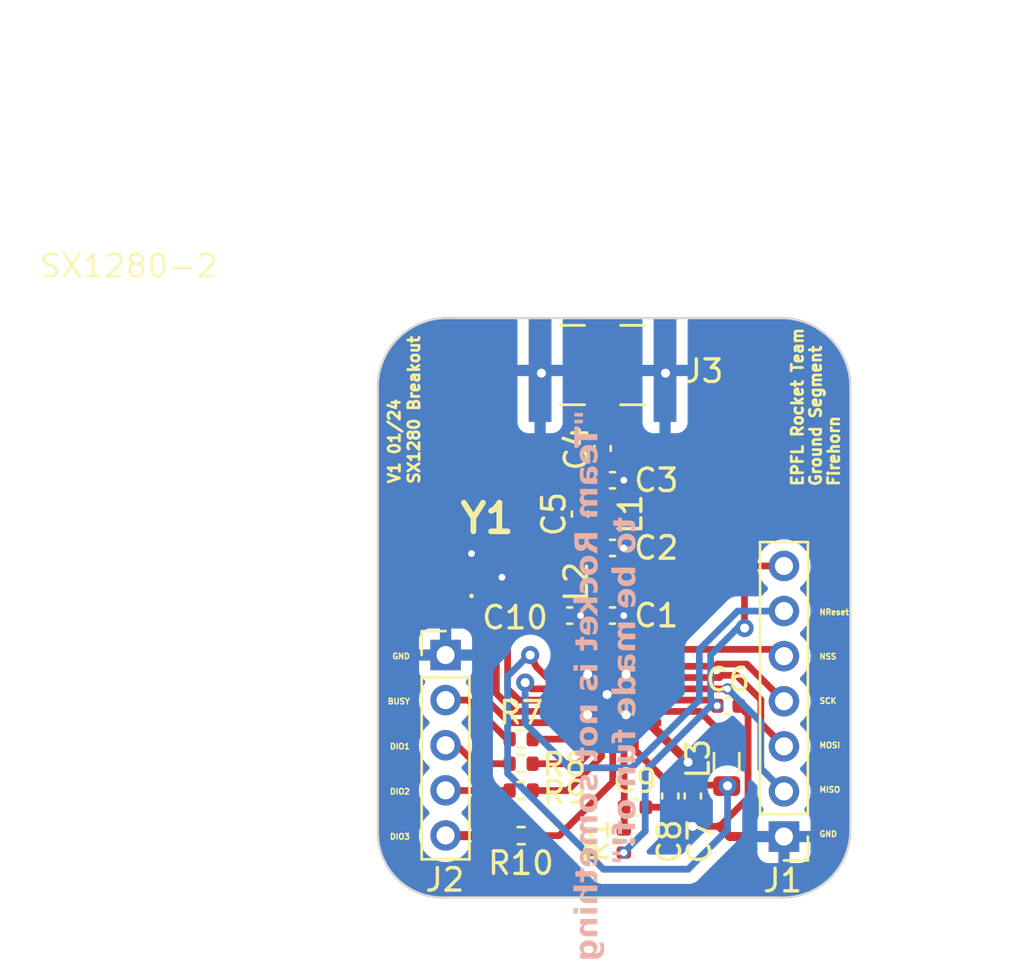
<source format=kicad_pcb>
(kicad_pcb (version 20221018) (generator pcbnew)
  (layers (0 "F.Cu" signal) (31 "B.Cu" signal) (34 "B.Paste" user) (35 "F.Paste" user) (36 "B.SilkS" user "B.Silkscreen") (37 "F.SilkS" user "F.Silkscreen") (38 "B.Mask" user) (39 "F.Mask" user) (44 "Edge.Cuts" user))
  (net 0 "")
  (net 1 "GND")
  (net 2 "Net-(SX1280-2-RFIO)")
  (net 3 "Net-(C2-Pad1)")
  (net 4 "Net-(C3-Pad1)")
  (net 5 "Net-(C4-Pad2)")
  (net 6 "/VDD_RADIO")
  (net 7 "/V_DCC")
  (net 8 "Net-(SX1280-2-VBAT_IO)")
  (net 9 "/V_PA")
  (net 10 "/BUSY")
  (net 11 "/DIO1")
  (net 12 "/DIO2")
  (net 13 "/DIO3")
  (net 14 "/MISO_TX")
  (net 15 "/MOSI_RX")
  (net 16 "/SCK")
  (net 17 "/NSS_CTS")
  (net 18 "/NRESET")
  (net 19 "/V_DCC2")
  (net 20 "/XTA")
  (net 21 "Net-(SX1280-2-XTB)")
  (net 22 "Net-(J2-Pin_2)")
  (net 23 "Net-(J2-Pin_3)")
  (net 24 "Net-(J2-Pin_4)")
  (net 25 "Net-(J2-Pin_5)")
  (footprint "footprints:TAOGLAS_EMPCB.SMAFSTJ.B.HT" (layer "F.Cu") (at 135.20925 119.13 180)
    (fp_text reference "J3" (at -4.49075 -0.03) (layer "F.SilkS") (effects (font (size 1.000961 1.000961))))
    (fp_text value "EMPCB.SMAFSTJ.B.HT")
    (fp_line (start -1.9 -1.52) (end -0.8 -1.52) (stroke (width 0.127)) (layer "F.SilkS"))
    (fp_line (start -1.9 2) (end -0.8 2) (stroke (width 0.127)) (layer "F.SilkS"))
    (fp_line (start 0.8 -1.52) (end 1.9 -1.52) (stroke (width 0.127)) (layer "F.SilkS"))
    (fp_line (start 0.8 2) (end 1.9 2) (stroke (width 0.127)) (layer "F.SilkS"))
    (pad "1" smd rect (at 0 0 180) (size 0.85 4.56) (layers "F.Cu" "F.Paste" "F.Mask") (net 5 "Net-(C4-Pad2)"))
    (pad "SH1" smd rect (at -2.77 0 180) (size 1 4.56) (layers "F.Cu" "F.Paste" "F.Mask") (net 1 "GND"))
    (pad "SH2" smd rect (at 2.77 0 180) (size 1 4.56) (layers "F.Cu" "F.Paste" "F.Mask"))
    (pad "SH3" smd rect (at -2.77 0 180) (size 1 4.56) (layers "B.Cu" "B.Paste" "B.Mask"))
    (pad "SH4" smd rect (at 2.77 0 180) (size 1 4.56) (layers "B.Cu" "B.Paste" "B.Mask"))
  )
  (footprint "Resistor_SMD:R_0402_1005Metric" (layer "F.Cu") (at 131.6 135.48)
    (fp_text reference "R7" (at 0 -1.17) (layer "F.SilkS"))
    (fp_text value "33")
    (fp_line (start -0.153641 -0.38) (end 0.153641 -0.38) (stroke (width 0.12)) (layer "F.SilkS"))
    (fp_line (start -0.153641 0.38) (end 0.153641 0.38) (stroke (width 0.12)) (layer "F.SilkS"))
    (pad "1" smd roundrect (at -0.51 0) (size 0.54 0.64) (layers "F.Cu" "F.Paste" "F.Mask") (net 22 "Net-(J2-Pin_2)"))
    (pad "2" smd roundrect (at 0.51 0) (size 0.54 0.64) (layers "F.Cu" "F.Paste" "F.Mask") (net 10 "/BUSY"))
  )
  (footprint "Inductor_SMD:L_0402_1005Metric" (layer "F.Cu") (at 135.20925 125.5 90)
    (fp_text reference "L1" (at 0 1.24075 90) (layer "F.SilkS"))
    (fp_text value "2.5nH")
    (pad "1" smd roundrect (at -0.485 0 90) (size 0.59 0.64) (layers "F.Cu" "F.Paste" "F.Mask") (net 3 "Net-(C2-Pad1)"))
    (pad "2" smd roundrect (at 0.485 0 90) (size 0.59 0.64) (layers "F.Cu" "F.Paste" "F.Mask") (net 4 "Net-(C3-Pad1)"))
  )
  (footprint "Capacitor_SMD:C_0402_1005Metric" (layer "F.Cu") (at 138.20925 138 -90)
    (fp_text reference "C8" (at 2.02 0.03925 90) (layer "F.SilkS"))
    (fp_text value "10nF")
    (fp_line (start -0.107836 -0.36) (end 0.107836 -0.36) (stroke (width 0.12)) (layer "F.SilkS"))
    (fp_line (start -0.107836 0.36) (end 0.107836 0.36) (stroke (width 0.12)) (layer "F.SilkS"))
    (pad "1" smd roundrect (at -0.48 0 270) (size 0.56 0.62) (layers "F.Cu" "F.Paste" "F.Mask") (net 7 "/V_DCC"))
    (pad "2" smd roundrect (at 0.48 0 270) (size 0.56 0.62) (layers "F.Cu" "F.Paste" "F.Mask") (net 1 "GND"))
  )
  (footprint "Connector_PinHeader_2.00mm:PinHeader_1x05_P2.00mm_Vertical" (layer "F.Cu") (at 128.25 131.75)
    (fp_text reference "J2" (at -0.03 9.97) (layer "F.SilkS"))
    (fp_text value "Conn_01x05_Pin")
    (fp_line (start -1.06 -1.06) (end 0 -1.06) (stroke (width 0.12)) (layer "F.SilkS"))
    (fp_line (start -1.06 0) (end -1.06 -1.06) (stroke (width 0.12)) (layer "F.SilkS"))
    (fp_line (start -1.06 1) (end -1.06 9.06) (stroke (width 0.12)) (layer "F.SilkS"))
    (fp_line (start -1.06 1) (end 1.06 1) (stroke (width 0.12)) (layer "F.SilkS"))
    (fp_line (start -1.06 9.06) (end 1.06 9.06) (stroke (width 0.12)) (layer "F.SilkS"))
    (fp_line (start 1.06 1) (end 1.06 9.06) (stroke (width 0.12)) (layer "F.SilkS"))
    (pad "1" thru_hole rect (at 0 0) (size 1.35 1.35) (drill 0.8) (layers "*.Cu" "*.Mask") (net 1 "GND"))
    (pad "2" thru_hole oval (at 0 2) (size 1.35 1.35) (drill 0.8) (layers "*.Cu" "*.Mask") (net 22 "Net-(J2-Pin_2)"))
    (pad "3" thru_hole oval (at 0 4) (size 1.35 1.35) (drill 0.8) (layers "*.Cu" "*.Mask") (net 23 "Net-(J2-Pin_3)"))
    (pad "4" thru_hole oval (at 0 6) (size 1.35 1.35) (drill 0.8) (layers "*.Cu" "*.Mask") (net 24 "Net-(J2-Pin_4)"))
    (pad "5" thru_hole oval (at 0 8) (size 1.35 1.35) (drill 0.8) (layers "*.Cu" "*.Mask") (net 25 "Net-(J2-Pin_5)"))
  )
  (footprint "Resistor_SMD:R_0402_1005Metric" (layer "F.Cu") (at 131.6 136.57)
    (fp_text reference "R8" (at 1.91 0.05) (layer "F.SilkS"))
    (fp_text value "33")
    (fp_line (start -0.153641 -0.38) (end 0.153641 -0.38) (stroke (width 0.12)) (layer "F.SilkS"))
    (fp_line (start -0.153641 0.38) (end 0.153641 0.38) (stroke (width 0.12)) (layer "F.SilkS"))
    (pad "1" smd roundrect (at -0.51 0) (size 0.54 0.64) (layers "F.Cu" "F.Paste" "F.Mask") (net 23 "Net-(J2-Pin_3)"))
    (pad "2" smd roundrect (at 0.51 0) (size 0.54 0.64) (layers "F.Cu" "F.Paste" "F.Mask") (net 11 "/DIO1"))
  )
  (footprint "Resistor_SMD:R_0402_1005Metric" (layer "F.Cu") (at 131.6 139.76)
    (fp_text reference "R10" (at -0.01 1.22) (layer "F.SilkS"))
    (fp_text value "33")
    (fp_line (start -0.153641 -0.38) (end 0.153641 -0.38) (stroke (width 0.12)) (layer "F.SilkS"))
    (fp_line (start -0.153641 0.38) (end 0.153641 0.38) (stroke (width 0.12)) (layer "F.SilkS"))
    (pad "1" smd roundrect (at -0.51 0) (size 0.54 0.64) (layers "F.Cu" "F.Paste" "F.Mask") (net 25 "Net-(J2-Pin_5)"))
    (pad "2" smd roundrect (at 0.51 0) (size 0.54 0.64) (layers "F.Cu" "F.Paste" "F.Mask") (net 13 "/DIO3"))
  )
  (footprint "Capacitor_SMD:C_0402_1005Metric" (layer "F.Cu") (at 133.75 130)
    (fp_text reference "C10" (at -2.42 0.09) (layer "F.SilkS"))
    (fp_text value "10nF")
    (fp_line (start -0.107836 -0.36) (end 0.107836 -0.36) (stroke (width 0.12)) (layer "F.SilkS"))
    (fp_line (start -0.107836 0.36) (end 0.107836 0.36) (stroke (width 0.12)) (layer "F.SilkS"))
    (pad "1" smd roundrect (at -0.48 0) (size 0.56 0.62) (layers "F.Cu" "F.Paste" "F.Mask") (net 9 "/V_PA"))
    (pad "2" smd roundrect (at 0.48 0) (size 0.56 0.62) (layers "F.Cu" "F.Paste" "F.Mask") (net 1 "GND"))
  )
  (footprint "Capacitor_SMD:C_0402_1005Metric" (layer "F.Cu") (at 135.65 124)
    (fp_text reference "C3" (at 1.94075 0) (layer "F.SilkS"))
    (fp_text value "1.2pF")
    (fp_line (start -0.107836 -0.36) (end 0.107836 -0.36) (stroke (width 0.12)) (layer "F.SilkS"))
    (fp_line (start -0.107836 0.36) (end 0.107836 0.36) (stroke (width 0.12)) (layer "F.SilkS"))
    (pad "1" smd roundrect (at -0.48 0) (size 0.56 0.62) (layers "F.Cu" "F.Paste" "F.Mask") (net 4 "Net-(C3-Pad1)"))
    (pad "2" smd roundrect (at 0.48 0) (size 0.56 0.62) (layers "F.Cu" "F.Paste" "F.Mask") (net 1 "GND"))
  )
  (footprint "Capacitor_SMD:C_0402_1005Metric" (layer "F.Cu") (at 139.20925 138 -90)
    (fp_text reference "C7" (at 2.03 -0.29075 90) (layer "F.SilkS"))
    (fp_text value "470nF")
    (fp_line (start -0.107836 -0.36) (end 0.107836 -0.36) (stroke (width 0.12)) (layer "F.SilkS"))
    (fp_line (start -0.107836 0.36) (end 0.107836 0.36) (stroke (width 0.12)) (layer "F.SilkS"))
    (pad "1" smd roundrect (at -0.48 0 270) (size 0.56 0.62) (layers "F.Cu" "F.Paste" "F.Mask") (net 7 "/V_DCC"))
    (pad "2" smd roundrect (at 0.48 0 270) (size 0.56 0.62) (layers "F.Cu" "F.Paste" "F.Mask") (net 1 "GND"))
  )
  (footprint "footprints:NX2016SA26MSTDCZS1" (layer "F.Cu") (at 130.075 127.775)
    (fp_text reference "Y1" (at 0.015 -2.085) (layer "F.SilkS") (effects (font (size 1.27 1.27) (thickness 0.254))))
    (fp_text value "NX2016SA-26M-STD-CZS-1" hide)
    (fp_line (start -0.675 1.3) (end -0.675 1.3) (stroke (width 0.1)) (layer "F.SilkS"))
    (fp_line (start -0.675 1.4) (end -0.675 1.4) (stroke (width 0.1)) (layer "F.SilkS"))
    (fp_arc (start -0.675 1.3) (mid -0.625 1.35) (end -0.675 1.4) (stroke (width 0.1)) (layer "F.SilkS"))
    (fp_arc (start -0.675 1.4) (mid -0.725 1.35) (end -0.675 1.3) (stroke (width 0.1)) (layer "F.SilkS"))
    (pad "1" smd rect (at -0.675 0.525 90) (size 0.75 0.85) (layers "F.Cu" "F.Paste" "F.Mask") (net 21 "Net-(SX1280-2-XTB)"))
    (pad "2" smd rect (at 0.675 0.525 90) (size 0.75 0.85) (layers "F.Cu" "F.Paste" "F.Mask") (net 1 "GND"))
    (pad "3" smd rect (at 0.675 -0.525 90) (size 0.75 0.85) (layers "F.Cu" "F.Paste" "F.Mask") (net 20 "/XTA"))
    (pad "4" smd rect (at -0.675 -0.525 90) (size 0.75 0.85) (layers "F.Cu" "F.Paste" "F.Mask") (net 1 "GND"))
  )
  (footprint "Resistor_SMD:R_0402_1005Metric" (layer "F.Cu") (at 136.15 140 90)
    (fp_text reference "R1" (at 0 -1.17 90) (layer "F.SilkS"))
    (fp_text value "0")
    (fp_line (start -0.153641 -0.38) (end 0.153641 -0.38) (stroke (width 0.12)) (layer "F.SilkS"))
    (fp_line (start -0.153641 0.38) (end 0.153641 0.38) (stroke (width 0.12)) (layer "F.SilkS"))
    (pad "1" smd roundrect (at -0.51 0 90) (size 0.54 0.64) (layers "F.Cu" "F.Paste" "F.Mask") (net 6 "/VDD_RADIO"))
    (pad "2" smd roundrect (at 0.51 0 90) (size 0.54 0.64) (layers "F.Cu" "F.Paste" "F.Mask") (net 8 "Net-(SX1280-2-VBAT_IO)"))
  )
  (footprint "Resistor_SMD:R_0402_1005Metric" (layer "F.Cu") (at 131.6 137.76)
    (fp_text reference "R9" (at 1.93 0.09) (layer "F.SilkS"))
    (fp_text value "33")
    (fp_line (start -0.153641 -0.38) (end 0.153641 -0.38) (stroke (width 0.12)) (layer "F.SilkS"))
    (fp_line (start -0.153641 0.38) (end 0.153641 0.38) (stroke (width 0.12)) (layer "F.SilkS"))
    (pad "1" smd roundrect (at -0.51 0) (size 0.54 0.64) (layers "F.Cu" "F.Paste" "F.Mask") (net 24 "Net-(J2-Pin_4)"))
    (pad "2" smd roundrect (at 0.51 0) (size 0.54 0.64) (layers "F.Cu" "F.Paste" "F.Mask") (net 12 "/DIO2"))
  )
  (footprint "Capacitor_SMD:C_0402_1005Metric" (layer "F.Cu") (at 134.20925 125.5 90)
    (fp_text reference "C5" (at 0 -1.16 90) (layer "F.SilkS"))
    (fp_text value "0.5pF")
    (fp_line (start -0.107836 -0.36) (end 0.107836 -0.36) (stroke (width 0.12)) (layer "F.SilkS"))
    (fp_line (start -0.107836 0.36) (end 0.107836 0.36) (stroke (width 0.12)) (layer "F.SilkS"))
    (pad "1" smd roundrect (at -0.48 0 90) (size 0.56 0.62) (layers "F.Cu" "F.Paste" "F.Mask") (net 3 "Net-(C2-Pad1)"))
    (pad "2" smd roundrect (at 0.48 0 90) (size 0.56 0.62) (layers "F.Cu" "F.Paste" "F.Mask") (net 4 "Net-(C3-Pad1)"))
  )
  (footprint "Capacitor_SMD:C_0402_1005Metric" (layer "F.Cu") (at 135.21 122.59 90)
    (fp_text reference "C4" (at 0 -1.16 90) (layer "F.SilkS"))
    (fp_text value "100pF")
    (fp_line (start -0.107836 -0.36) (end 0.107836 -0.36) (stroke (width 0.12)) (layer "F.SilkS"))
    (fp_line (start -0.107836 0.36) (end 0.107836 0.36) (stroke (width 0.12)) (layer "F.SilkS"))
    (pad "1" smd roundrect (at -0.48 0 90) (size 0.56 0.62) (layers "F.Cu" "F.Paste" "F.Mask") (net 4 "Net-(C3-Pad1)"))
    (pad "2" smd roundrect (at 0.48 0 90) (size 0.56 0.62) (layers "F.Cu" "F.Paste" "F.Mask") (net 5 "Net-(C4-Pad2)"))
  )
  (footprint "Inductor_SMD:L_0402_1005Metric" (layer "F.Cu") (at 135.20925 128.5 90)
    (fp_text reference "L2" (at 0 -1.17 90) (layer "F.SilkS"))
    (fp_text value "3nH")
    (pad "1" smd roundrect (at -0.485 0 90) (size 0.59 0.64) (layers "F.Cu" "F.Paste" "F.Mask") (net 2 "Net-(SX1280-2-RFIO)"))
    (pad "2" smd roundrect (at 0.485 0 90) (size 0.59 0.64) (layers "F.Cu" "F.Paste" "F.Mask") (net 3 "Net-(C2-Pad1)"))
  )
  (footprint "Capacitor_SMD:C_0402_1005Metric" (layer "F.Cu") (at 135.65 127)
    (fp_text reference "C2" (at 1.94075 0) (layer "F.SilkS"))
    (fp_text value "1.2pF")
    (fp_line (start -0.107836 -0.36) (end 0.107836 -0.36) (stroke (width 0.12)) (layer "F.SilkS"))
    (fp_line (start -0.107836 0.36) (end 0.107836 0.36) (stroke (width 0.12)) (layer "F.SilkS"))
    (pad "1" smd roundrect (at -0.48 0) (size 0.56 0.62) (layers "F.Cu" "F.Paste" "F.Mask") (net 3 "Net-(C2-Pad1)"))
    (pad "2" smd roundrect (at 0.48 0) (size 0.56 0.62) (layers "F.Cu" "F.Paste" "F.Mask") (net 1 "GND"))
  )
  (footprint "Capacitor_SMD:C_0402_1005Metric" (layer "F.Cu") (at 136.65 138.5)
    (fp_text reference "C9" (at 0 -1.16) (layer "F.SilkS"))
    (fp_text value "100nF")
    (fp_line (start -0.107836 -0.36) (end 0.107836 -0.36) (stroke (width 0.12)) (layer "F.SilkS"))
    (fp_line (start -0.107836 0.36) (end 0.107836 0.36) (stroke (width 0.12)) (layer "F.SilkS"))
    (pad "1" smd roundrect (at -0.48 0) (size 0.56 0.62) (layers "F.Cu" "F.Paste" "F.Mask") (net 8 "Net-(SX1280-2-VBAT_IO)"))
    (pad "2" smd roundrect (at 0.48 0) (size 0.56 0.62) (layers "F.Cu" "F.Paste" "F.Mask") (net 1 "GND"))
  )
  (footprint "Capacitor_SMD:C_0402_1005Metric" (layer "F.Cu") (at 140.77 134)
    (fp_text reference "C6" (at 0 -1.16) (layer "F.SilkS"))
    (fp_text value "100nF")
    (fp_line (start -0.107836 -0.36) (end 0.107836 -0.36) (stroke (width 0.12)) (layer "F.SilkS"))
    (fp_line (start -0.107836 0.36) (end 0.107836 0.36) (stroke (width 0.12)) (layer "F.SilkS"))
    (pad "1" smd roundrect (at -0.48 0) (size 0.56 0.62) (layers "F.Cu" "F.Paste" "F.Mask") (net 6 "/VDD_RADIO"))
    (pad "2" smd roundrect (at 0.48 0) (size 0.56 0.62) (layers "F.Cu" "F.Paste" "F.Mask") (net 1 "GND"))
  )
  (footprint "SX1280:SX1280" (layer "F.Cu") (at 134.05925 135.1)
    (fp_text reference "SX1280-2" (at -19.85 -20.6 unlocked) (layer "F.SilkS") (effects (font (thickness 0.1))))
    (fp_text value "~")
    (pad "0" smd rect (at 1.35 -1.6) (size 2.7 2.7) (layers "F.Cu" "F.Paste" "F.Mask") (net 1 "GND"))
    (pad "1" smd rect (at -0.65 -2.85 90) (size 0.3 0.8) (layers "F.Cu" "F.Paste" "F.Mask") (net 9 "/V_PA"))
    (pad "2" smd rect (at -0.65 -2.35 90) (size 0.3 0.8) (layers "F.Cu" "F.Paste" "F.Mask") (net 7 "/V_DCC"))
    (pad "3" smd rect (at -0.65 -1.85 90) (size 0.3 0.8) (layers "F.Cu" "F.Paste" "F.Mask") (net 18 "/NRESET"))
    (pad "4" smd rect (at -0.65 -1.35 90) (size 0.3 0.8) (layers "F.Cu" "F.Paste" "F.Mask") (net 20 "/XTA"))
    (pad "5" smd rect (at -0.65 -0.85 90) (size 0.3 0.8) (layers "F.Cu" "F.Paste" "F.Mask") (net 1 "GND"))
    (pad "6" smd rect (at -0.65 -0.35 90) (size 0.3 0.8) (layers "F.Cu" "F.Paste" "F.Mask") (net 21 "Net-(SX1280-2-XTB)"))
    (pad "7" smd rect (at 0.1 0.4) (size 0.3 0.8) (layers "F.Cu" "F.Paste" "F.Mask") (net 10 "/BUSY"))
    (pad "8" smd rect (at 0.6 0.4) (size 0.3 0.8) (layers "F.Cu" "F.Paste" "F.Mask") (net 11 "/DIO1"))
    (pad "9" smd rect (at 1.1 0.4) (size 0.3 0.8) (layers "F.Cu" "F.Paste" "F.Mask") (net 12 "/DIO2"))
    (pad "10" smd rect (at 1.6 0.4) (size 0.3 0.8) (layers "F.Cu" "F.Paste" "F.Mask") (net 13 "/DIO3"))
    (pad "11" smd rect (at 2.1 0.4) (size 0.3 0.8) (layers "F.Cu" "F.Paste" "F.Mask") (net 8 "Net-(SX1280-2-VBAT_IO)"))
    (pad "12" smd rect (at 2.6 0.4) (size 0.3 0.8) (layers "F.Cu" "F.Paste" "F.Mask") (net 7 "/V_DCC"))
    (pad "13" smd rect (at 3.35 -0.35 90) (size 0.3 0.8) (layers "F.Cu" "F.Paste" "F.Mask") (net 1 "GND"))
    (pad "14" smd rect (at 3.35 -0.85 90) (size 0.3 0.8) (layers "F.Cu" "F.Paste" "F.Mask") (net 19 "/V_DCC2"))
    (pad "15" smd rect (at 3.35 -1.35 90) (size 0.3 0.8) (layers "F.Cu" "F.Paste" "F.Mask") (net 6 "/VDD_RADIO"))
    (pad "16" smd rect (at 3.35 -1.85 90) (size 0.3 0.8) (layers "F.Cu" "F.Paste" "F.Mask") (net 14 "/MISO_TX"))
    (pad "17" smd rect (at 3.35 -2.35 90) (size 0.3 0.8) (layers "F.Cu" "F.Paste" "F.Mask") (net 15 "/MOSI_RX"))
    (pad "18" smd rect (at 3.35 -2.85 90) (size 0.3 0.8) (layers "F.Cu" "F.Paste" "F.Mask") (net 16 "/SCK"))
    (pad "19" smd rect (at 2.6 -3.6) (size 0.3 0.8) (layers "F.Cu" "F.Paste" "F.Mask") (net 17 "/NSS_CTS"))
    (pad "20" smd rect (at 2.1 -3.6) (size 0.3 0.8) (layers "F.Cu" "F.Paste" "F.Mask") (net 1 "GND"))
    (pad "21" smd rect (at 1.6 -3.6) (size 0.3 0.8) (layers "F.Cu" "F.Paste" "F.Mask") (net 1 "GND"))
    (pad "22" smd rect (at 1.1 -3.6) (size 0.3 0.8) (layers "F.Cu" "F.Paste" "F.Mask") (net 2 "Net-(SX1280-2-RFIO)"))
    (pad "23" smd rect (at 0.6 -3.6) (size 0.3 0.8) (layers "F.Cu" "F.Paste" "F.Mask") (net 1 "GND"))
    (pad "24" smd rect (at 0.1 -3.6) (size 0.3 0.8) (layers "F.Cu" "F.Paste" "F.Mask") (net 1 "GND"))
  )
  (footprint "Inductor_SMD:L_0805_2012Metric" (layer "F.Cu") (at 140.70925 136.5 90)
    (fp_text reference "L3" (at 0.15 -1.26925 90) (layer "F.SilkS"))
    (fp_text value "15uH")
    (fp_line (start -0.399622 -0.56) (end 0.399622 -0.56) (stroke (width 0.12)) (layer "F.SilkS"))
    (fp_line (start -0.399622 0.56) (end 0.399622 0.56) (stroke (width 0.12)) (layer "F.SilkS"))
    (pad "1" smd roundrect (at -1.0625 0 90) (size 0.875 1.2) (layers "F.Cu" "F.Paste" "F.Mask") (net 7 "/V_DCC"))
    (pad "2" smd roundrect (at 1.0625 0 90) (size 0.875 1.2) (layers "F.Cu" "F.Paste" "F.Mask") (net 19 "/V_DCC2"))
  )
  (footprint "Capacitor_SMD:C_0402_1005Metric" (layer "F.Cu") (at 135.65 130)
    (fp_text reference "C1" (at 1.94075 0) (layer "F.SilkS"))
    (fp_text value "0.8pF")
    (fp_line (start -0.107836 -0.36) (end 0.107836 -0.36) (stroke (width 0.12)) (layer "F.SilkS"))
    (fp_line (start -0.107836 0.36) (end 0.107836 0.36) (stroke (width 0.12)) (layer "F.SilkS"))
    (pad "1" smd roundrect (at -0.48 0) (size 0.56 0.62) (layers "F.Cu" "F.Paste" "F.Mask") (net 2 "Net-(SX1280-2-RFIO)"))
    (pad "2" smd roundrect (at 0.48 0) (size 0.56 0.62) (layers "F.Cu" "F.Paste" "F.Mask") (net 1 "GND"))
  )
  (footprint "Connector_PinHeader_2.00mm:PinHeader_1x07_P2.00mm_Vertical" (layer "F.Cu") (at 143.25 139.8 180)
    (fp_text reference "J1" (at 0.06 -1.95) (layer "F.SilkS"))
    (fp_text value "Conn_01x07_Pin")
    (fp_line (start -1.06 -1.06) (end 0 -1.06) (stroke (width 0.12)) (layer "F.SilkS"))
    (fp_line (start -1.06 0) (end -1.06 -1.06) (stroke (width 0.12)) (layer "F.SilkS"))
    (fp_line (start -1.06 1) (end -1.06 13.06) (stroke (width 0.12)) (layer "F.SilkS"))
    (fp_line (start -1.06 1) (end 1.06 1) (stroke (width 0.12)) (layer "F.SilkS"))
    (fp_line (start -1.06 13.06) (end 1.06 13.06) (stroke (width 0.12)) (layer "F.SilkS"))
    (fp_line (start 1.06 1) (end 1.06 13.06) (stroke (width 0.12)) (layer "F.SilkS"))
    (pad "1" thru_hole rect (at 0 0 180) (size 1.35 1.35) (drill 0.8) (layers "*.Cu" "*.Mask") (net 1 "GND"))
    (pad "2" thru_hole oval (at 0 2 180) (size 1.35 1.35) (drill 0.8) (layers "*.Cu" "*.Mask") (net 14 "/MISO_TX"))
    (pad "3" thru_hole oval (at 0 4 180) (size 1.35 1.35) (drill 0.8) (layers "*.Cu" "*.Mask") (net 15 "/MOSI_RX"))
    (pad "4" thru_hole oval (at 0 6 180) (size 1.35 1.35) (drill 0.8) (layers "*.Cu" "*.Mask") (net 16 "/SCK"))
    (pad "5" thru_hole oval (at 0 8 180) (size 1.35 1.35) (drill 0.8) (layers "*.Cu" "*.Mask") (net 17 "/NSS_CTS"))
    (pad "6" thru_hole oval (at 0 10 180) (size 1.35 1.35) (drill 0.8) (layers "*.Cu" "*.Mask") (net 18 "/NRESET"))
    (pad "7" thru_hole oval (at 0 12 180) (size 1.35 1.35) (drill 0.8) (layers "*.Cu" "*.Mask") (net 6 "/VDD_RADIO"))
  )
  (gr_line (start 146.194361 139.500001) (end 146.194361 119.75) (stroke (width 0.1)) (layer "Edge.Cuts"))
  (gr_line (start 143 142.500001) (end 128.25 142.5) (stroke (width 0.1)) (layer "Edge.Cuts"))
  (gr_arc (start 143.257461 116.809223) (mid 145.299757 117.706591) (end 146.194612 119.74999) (stroke (width 0.1)) (layer "Edge.Cuts"))
  (gr_arc (start 128.25 142.5) (mid 126.13589 141.701527) (end 125.25 139.622532) (stroke (width 0.1)) (layer "Edge.Cuts"))
  (gr_arc (start 125.247283 119.875003) (mid 126.211302 117.638273) (end 128.501412 116.809001) (stroke (width 0.1)) (layer "Edge.Cuts"))
  (gr_line (start 125.25 119.875) (end 125.25 139.624999) (stroke (width 0.1)) (layer "Edge.Cuts"))
  (gr_line (start 143.257461 116.809222) (end 128.501412 116.809) (stroke (width 0.1)) (layer "Edge.Cuts"))
  (gr_arc (start 146.194361 139.500001) (mid 145.246244 141.691115) (end 143 142.5) (stroke (width 0.1)) (layer "Edge.Cuts"))
  (gr_text "{dblquote}Team Rocket is not something \nto be made fun of!{dblquote}" (at 136.83 133.35 90) (layer "B.SilkS") (effects (font (size 1 1) (thickness 0.25) bold) (justify bottom mirror)))
  (gr_text "DIO3" (at 125.75 139.95) (layer "F.SilkS") (effects (font (size 0.25 0.25) (thickness 0.0625) bold) (justify left bottom)))
  (gr_text "NReset" (at 144.79 129.994) (layer "F.SilkS") (effects (font (size 0.25 0.25) (thickness 0.0625) bold) (justify left bottom)))
  (gr_text "SX1280 Breakout\n" (at 126.85 124.22 90) (layer "F.SilkS") (effects (font (size 0.5 0.5) (thickness 0.125)) (justify left)))
  (gr_text "SCK\n" (at 144.79 133.93) (layer "F.SilkS") (effects (font (size 0.25 0.25) (thickness 0.0625) bold) (justify left bottom)))
  (gr_text "MISO\n" (at 144.79 137.866) (layer "F.SilkS") (effects (font (size 0.25 0.25) (thickness 0.0625) bold) (justify left bottom)))
  (gr_text "GND\n" (at 125.857143 131.95) (layer "F.SilkS") (effects (font (size 0.25 0.25) (thickness 0.0625) bold) (justify left bottom)))
  (gr_text "GND\n" (at 144.79 139.834) (layer "F.SilkS") (effects (font (size 0.25 0.25) (thickness 0.0625) bold) (justify left bottom)))
  (gr_text "V1 01/24" (at 125.98 124.2 90) (layer "F.SilkS") (effects (font (size 0.5 0.5) (thickness 0.125)) (justify left)))
  (gr_text "EPFL Rocket Team\nGround Segment\nFirehorn" (at 145.75 124.32 90) (layer "F.SilkS") (effects (font (size 0.5 0.5) (thickness 0.125)) (justify left bottom)))
  (gr_text "BUSY" (at 125.654762 133.95) (layer "F.SilkS") (effects (font (size 0.25 0.25) (thickness 0.0625) bold) (justify left bottom)))
  (gr_text "DIO1" (at 125.75 135.95) (layer "F.SilkS") (effects (font (size 0.25 0.25) (thickness 0.0625) bold) (justify left bottom)))
  (gr_text "MOSI\n" (at 144.79 135.898) (layer "F.SilkS") (effects (font (size 0.25 0.25) (thickness 0.0625) bold) (justify left bottom)))
  (gr_text "NSS" (at 144.79 131.962) (layer "F.SilkS") (effects (font (size 0.25 0.25) (thickness 0.0625) bold) (justify left bottom)))
  (gr_text "DIO2" (at 125.75 137.95) (layer "F.SilkS") (effects (font (size 0.25 0.25) (thickness 0.0625) bold) (justify left bottom)))
  (segment (start 136.15925 131.5) (end 136.15925 130.00925) (width 0.25) (layer "F.Cu") (net 1))
  (segment (start 128.25 131.75) (end 128.25 131.25) (width 0.3) (layer "F.Cu") (net 1))
  (segment (start 139.2 138.5) (end 138.20925 138.48) (width 0.3) (layer "F.Cu") (net 1))
  (segment (start 141.65925 138.09075) (end 140.4 139.35) (width 0.3) (layer "F.Cu") (net 1))
  (segment (start 130.75 128.3) (end 131 128.55) (width 0.3) (layer "F.Cu") (net 1))
  (segment (start 131.292894 134.25) (end 133.40925 134.25) (width 0.3) (layer "F.Cu") (net 1))
  (segment (start 128.75 127.25) (end 128.25 127.75) (width 0.4) (layer "F.Cu") (net 1))
  (segment (start 130.75 128.3) (end 130.5 128.55) (width 0.3) (layer "F.Cu") (net 1))
  (segment (start 130.5 133.457107) (end 131.292894 134.25) (width 0.3) (layer "F.Cu") (net 1))
  (segment (start 129.4 127.25) (end 128.75 127.25) (width 0.4) (layer "F.Cu") (net 1))
  (segment (start 143.25 139.8) (end 140.85 139.8) (width 0.4) (layer "F.Cu") (net 1))
  (segment (start 130.5 128.55) (end 130.5 133.457107) (width 0.3) (layer "F.Cu") (net 1))
  (segment (start 134.23 131.42925) (end 134.15925 131.5) (width 0.3) (layer "F.Cu") (net 1))
  (segment (start 137.40925 134.90925) (end 137.40925 134.8) (width 0.4) (layer "F.Cu") (net 1))
  (segment (start 137.13 138.5) (end 138.18925 138.5) (width 0.3) (layer "F.Cu") (net 1))
  (segment (start 139.20925 138.48) (end 139.2 138.5) (width 0.3) (layer "F.Cu") (net 1))
  (segment (start 134.65925 131.5) (end 134.15925 131.5) (width 0.25) (layer "F.Cu") (net 1))
  (segment (start 134.23 130) (end 134.23 131.42925) (width 0.3) (layer "F.Cu") (net 1))
  (segment (start 128.25 127.75) (end 128.25 131.25) (width 0.4) (layer "F.Cu") (net 1))
  (segment (start 140.4 139.35) (end 139.2 139.35) (width 0.3) (layer "F.Cu") (net 1))
  (segment (start 139 136.5) (end 137.40925 134.90925) (width 0.4) (layer "F.Cu") (net 1))
  (segment (start 140.85 139.8) (end 140.4 139.35) (width 0.4) (layer "F.Cu") (net 1))
  (segment (start 141.25 134) (end 141.65925 134.40925) (width 0.3) (layer "F.Cu") (net 1))
  (segment (start 138.18925 138.5) (end 138.20925 138.48) (width 0.3) (layer "F.Cu") (net 1))
  (segment (start 139.20925 139.34075) (end 139.2 139.35) (width 0.3) (layer "F.Cu") (net 1))
  (segment (start 141.65925 134.40925) (end 141.65925 138.09075) (width 0.3) (layer "F.Cu") (net 1))
  (segment (start 135.65925 131.5) (end 136.15925 131.5) (width 0.25) (layer "F.Cu") (net 1))
  (segment (start 139.20925 138.48) (end 139.20925 139.34075) (width 0.3) (layer "F.Cu") (net 1))
  (segment (start 136.15925 130.00925) (end 136.15 130) (width 0.25) (layer "F.Cu") (net 1))
  (via (at 129.4 127.25) (size 0.5) (drill 0.3) (layers "F.Cu" "B.Cu") (net 1))
  (via (at 134.55 132.6) (size 0.8) (drill 0.4) (layers "F.Cu" "B.Cu") (net 1))
  (via (at 136.15 130) (size 0.5) (drill 0.3) (layers "F.Cu" "B.Cu") (net 1))
  (via (at 135.40925 133.5) (size 0.8) (drill 0.4) (layers "F.Cu" "B.Cu") (net 1))
  (via (at 134.55 134.4) (size 0.8) (drill 0.4) (layers "F.Cu" "B.Cu") (net 1))
  (via (at 132.5 119.25) (size 0.8) (drill 0.4) (layers "F.Cu" "B.Cu") (net 1))
  (via (at 136.15 124) (size 0.5) (drill 0.3) (layers "F.Cu" "B.Cu") (net 1))
  (via (at 139 136.5) (size 0.8) (drill 0.4) (layers "F.Cu" "B.Cu") (net 1))
  (via (at 136.15 127) (size 0.5) (drill 0.3) (layers "F.Cu" "B.Cu") (net 1))
  (via (at 134.23 130) (size 0.5) (drill 0.3) (layers "F.Cu" "B.Cu") (net 1))
  (via (at 138 119.25) (size 0.8) (drill 0.4) (layers "F.Cu" "B.Cu") (net 1))
  (via (at 139.2 139.35) (size 0.8) (drill 0.4) (layers "F.Cu" "B.Cu") (net 1))
  (via (at 130.75 128.3) (size 0.5) (drill 0.3) (layers "F.Cu" "B.Cu") (net 1))
  (via (at 136.25 132.6) (size 0.8) (drill 0.4) (layers "F.Cu" "B.Cu") (net 1))
  (via (at 136.25 134.4) (size 0.8) (drill 0.4) (layers "F.Cu" "B.Cu") (net 1))
  (segment (start 135.17 130.873564) (end 135.15925 130.884314) (width 0.3) (layer "F.Cu") (net 2))
  (segment (start 135.17 130) (end 135.17 129.02425) (width 0.4) (layer "F.Cu") (net 2))
  (segment (start 135.17 129.02425) (end 135.20925 128.985) (width 0.4) (layer "F.Cu") (net 2))
  (segment (start 135.17 130) (end 135.17 130.873564) (width 0.3) (layer "F.Cu") (net 2))
  (segment (start 135.15925 130.884314) (end 135.15925 131.5) (width 0.3) (layer "F.Cu") (net 2))
  (segment (start 135.20925 128.015) (end 135.20925 127.03925) (width 0.4) (layer "F.Cu") (net 3))
  (segment (start 135.17 127) (end 135.17 126.02425) (width 0.4) (layer "F.Cu") (net 3))
  (segment (start 135.20925 127.03925) (end 135.17 127) (width 0.4) (layer "F.Cu") (net 3))
  (segment (start 135.17 126.02425) (end 135.20925 125.985) (width 0.4) (layer "F.Cu") (net 3))
  (segment (start 134.20925 125.98) (end 134.20925 126.03925) (width 0.4) (layer "F.Cu") (net 3))
  (segment (start 134.20925 126.03925) (end 135.17 127) (width 0.4) (layer "F.Cu") (net 3))
  (segment (start 134.20925 125.02) (end 134.20925 124.96075) (width 0.4) (layer "F.Cu") (net 4))
  (segment (start 135.20925 123.98) (end 135.22925 124) (width 0.4) (layer "F.Cu") (net 4))
  (segment (start 135.20925 124.03925) (end 135.17 124) (width 0.4) (layer "F.Cu") (net 4))
  (segment (start 135.20925 122.98) (end 135.20925 123.98) (width 0.4) (layer "F.Cu") (net 4))
  (segment (start 134.20925 124.96075) (end 135.17 124) (width 0.4) (layer "F.Cu") (net 4))
  (segment (start 135.20925 125.015) (end 135.20925 124.03925) (width 0.4) (layer "F.Cu") (net 4))
  (segment (start 135.20925 119.13) (end 135.20925 122.10925) (width 0.8) (layer "F.Cu") (net 5))
  (segment (start 135.20925 122.10925) (end 135.21 122.11) (width 0.4) (layer "F.Cu") (net 5))
  (segment (start 135.23 121.99925) (end 135.20925 122.02) (width 0.4) (layer "F.Cu") (net 5))
  (segment (start 141.5 128) (end 141.7 127.8) (width 0.3) (layer "F.Cu") (net 6))
  (segment (start 141.5 130.5495) (end 141.5 128) (width 0.3) (layer "F.Cu") (net 6))
  (segment (start 141.7 127.8) (end 143.25 127.8) (width 0.3) (layer "F.Cu") (net 6))
  (segment (start 141.505227 130.554727) (end 141.5 130.5495) (width 0.3) (layer "F.Cu") (net 6))
  (segment (start 140.04 133.75) (end 140.29 134) (width 0.3) (layer "F.Cu") (net 6))
  (segment (start 137.40925 133.75) (end 140.04 133.75) (width 0.3) (layer "F.Cu") (net 6))
  (via (at 136.15 140.51) (size 0.5) (drill 0.3) (layers "F.Cu" "B.Cu") (net 6))
  (via (at 141.505227 130.554727) (size 0.8) (drill 0.4) (layers "F.Cu" "B.Cu") (net 6))
  (via (at 140.29 134) (size 0.5) (drill 0.3) (layers "F.Cu" "B.Cu") (net 6))
  (segment (start 140 133.71) (end 140.29 134) (width 0.3) (layer "B.Cu") (net 6))
  (segment (start 140 131.75) (end 140 133.71) (width 0.3) (layer "B.Cu") (net 6))
  (segment (start 137.1 136.9) (end 140.15 133.85) (width 0.3) (layer "B.Cu") (net 6))
  (segment (start 137.1 139.56) (end 137.1 136.9) (width 0.3) (layer "B.Cu") (net 6))
  (segment (start 141.195273 130.554727) (end 140 131.75) (width 0.3) (layer "B.Cu") (net 6))
  (segment (start 136.15 140.51) (end 137.1 139.56) (width 0.3) (layer "B.Cu") (net 6))
  (segment (start 141.505227 130.554727) (end 141.195273 130.554727) (width 0.3) (layer "B.Cu") (net 6))
  (segment (start 133.40925 132.75) (end 132.75 132.75) (width 0.3) (layer "F.Cu") (net 7))
  (segment (start 140.75 137.5) (end 138.25175 137.5625) (width 0.3) (layer "F.Cu") (net 7))
  (segment (start 132.28033 132.28033) (end 132 131.75) (width 0.3) (layer "F.Cu") (net 7))
  (segment (start 132.75 132.75) (end 132.28033 132.28033) (width 0.3) (layer "F.Cu") (net 7))
  (segment (start 136.65925 135.97) (end 138.20925 137.52) (width 0.3) (layer "F.Cu") (net 7))
  (segment (start 140.70925 137.5625) (end 140.75 137.5) (width 0.3) (layer "F.Cu") (net 7))
  (segment (start 136.65925 135.5) (end 136.65925 135.97) (width 0.3) (layer "F.Cu") (net 7))
  (segment (start 138.25175 137.5625) (end 138.20925 137.52) (width 0.3) (layer "F.Cu") (net 7))
  (segment (start 132 131.75) (end 132 132) (width 0.3) (layer "F.Cu") (net 7))
  (via (at 132 131.75) (size 0.8) (drill 0.4) (layers "F.Cu" "B.Cu") (net 7))
  (via (at 140.75 137.55) (size 0.8) (drill 0.4) (layers "F.Cu" "B.Cu") (net 7))
  (segment (start 140.75 139.5) (end 140.75 137.75) (width 0.3) (layer "B.Cu") (net 7))
  (segment (start 131.938839 131.75) (end 131 132.688839) (width 0.3) (layer "B.Cu") (net 7))
  (segment (start 131 137) (end 135.25 141.25) (width 0.3) (layer "B.Cu") (net 7))
  (segment (start 131 132.688839) (end 131 137) (width 0.3) (layer "B.Cu") (net 7))
  (segment (start 135.25 141.25) (end 139 141.25) (width 0.3) (layer "B.Cu") (net 7))
  (segment (start 132 131.75) (end 131.938839 131.75) (width 0.3) (layer "B.Cu") (net 7))
  (segment (start 139 141.25) (end 140.75 139.5) (width 0.3) (layer "B.Cu") (net 7))
  (segment (start 136.15 137.6) (end 136.17 137.62) (width 0.3) (layer "F.Cu") (net 8))
  (segment (start 136.15925 137.59075) (end 136.15 137.6) (width 0.3) (layer "F.Cu") (net 8))
  (segment (start 136.17 139.47) (end 136.15 139.49) (width 0.3) (layer "F.Cu") (net 8))
  (segment (start 136.17 137.62) (end 136.17 138.5) (width 0.3) (layer "F.Cu") (net 8))
  (segment (start 136.17 138.5) (end 136.17 139.47) (width 0.3) (layer "F.Cu") (net 8))
  (segment (start 136.15 139.49) (end 136.15 139.482966) (width 0.3) (layer "F.Cu") (net 8))
  (segment (start 136.15925 135.5) (end 136.15925 137.59075) (width 0.3) (layer "F.Cu") (net 8))
  (segment (start 133.40925 132.25) (end 133.15 131.99075) (width 0.3) (layer "F.Cu") (net 9))
  (segment (start 133.15 131.99075) (end 133.15 130) (width 0.3) (layer "F.Cu") (net 9))
  (segment (start 134.13925 135.48) (end 134.15925 135.5) (width 0.3) (layer "F.Cu") (net 10))
  (segment (start 132.09 135.48) (end 134.13925 135.48) (width 0.3) (layer "F.Cu") (net 10))
  (segment (start 134.65925 135.5) (end 134.65925 136.044976) (width 0.3) (layer "F.Cu") (net 11))
  (segment (start 134.134226 136.57) (end 132.09 136.57) (width 0.3) (layer "F.Cu") (net 11))
  (segment (start 134.65925 136.044976) (end 134.134226 136.57) (width 0.3) (layer "F.Cu") (net 11))
  (segment (start 133.651332 137.76) (end 132.11 137.76) (width 0.3) (layer "F.Cu") (net 12))
  (segment (start 135.15925 136.252082) (end 133.651332 137.76) (width 0.3) (layer "F.Cu") (net 12))
  (segment (start 135.15925 135.5) (end 135.15925 136.252082) (width 0.3) (layer "F.Cu") (net 12))
  (segment (start 133.282894 139.76) (end 132.11 139.76) (width 0.3) (layer "F.Cu") (net 13))
  (segment (start 135.65925 135.5) (end 135.65925 137.383644) (width 0.3) (layer "F.Cu") (net 13))
  (segment (start 135.65925 137.383644) (end 133.282894 139.76) (width 0.3) (layer "F.Cu") (net 13))
  (segment (start 140.75 133.25) (end 137.40925 133.25) (width 0.3) (layer "F.Cu") (net 14))
  (via (at 140.75 133.25) (size 0.5) (drill 0.3) (layers "F.Cu" "B.Cu") (net 14))
  (segment (start 142.225 136.775) (end 143.25 137.8) (width 0.3) (layer "B.Cu") (net 14))
  (segment (start 140.75 133.25) (end 142.225 134.725) (width 0.3) (layer "B.Cu") (net 14))
  (segment (start 142.225 134.725) (end 142.225 136.775) (width 0.3) (layer "B.Cu") (net 14))
  (segment (start 137.40925 132.75) (end 140.401471 132.75) (width 0.3) (layer "F.Cu") (net 15))
  (segment (start 142.225 133.728553) (end 142.225 134.775) (width 0.3) (layer "F.Cu") (net 15))
  (segment (start 140.401471 132.75) (end 140.501471 132.65) (width 0.3) (layer "F.Cu") (net 15))
  (segment (start 142.225 134.775) (end 143.25 135.8) (width 0.3) (layer "F.Cu") (net 15))
  (segment (start 141.146447 132.65) (end 142.225 133.728553) (width 0.3) (layer "F.Cu") (net 15))
  (segment (start 140.501471 132.65) (end 141.146447 132.65) (width 0.3) (layer "F.Cu") (net 15))
  (segment (start 143.25 133.8) (end 141.6 132.15) (width 0.3) (layer "F.Cu") (net 16))
  (segment (start 141.6 132.15) (end 140.294364 132.15) (width 0.3) (layer "F.Cu") (net 16))
  (segment (start 140.294364 132.15) (end 140.194364 132.25) (width 0.3) (layer "F.Cu") (net 16))
  (segment (start 140.194364 132.25) (end 137.40925 132.25) (width 0.3) (layer "F.Cu") (net 16))
  (segment (start 143.05 132) (end 143.25 131.8) (width 0.3) (layer "F.Cu") (net 17))
  (segment (start 136.65925 131.5) (end 142.95 131.5) (width 0.3) (layer "F.Cu") (net 17))
  (segment (start 142.95 131.5) (end 143.25 131.8) (width 0.3) (layer "F.Cu") (net 17))
  (segment (start 131.779727 132.969773) (end 131.809954 133) (width 0.3) (layer "F.Cu") (net 18))
  (segment (start 132.059954 133.25) (end 133.40925 133.25) (width 0.3) (layer "F.Cu") (net 18))
  (segment (start 131.779727 132.969773) (end 132.059954 133.25) (width 0.3) (layer "F.Cu") (net 18))
  (segment (start 131.809954 133) (end 132 133) (width 0.3) (layer "F.Cu") (net 18))
  (via (at 131.779727 132.969773) (size 0.8) (drill 0.4) (layers "F.Cu" "B.Cu") (net 18))
  (segment (start 139.5 131.5) (end 139.5 133.75) (width 0.3) (layer "B.Cu") (net 18))
  (segment (start 131.779727 134.779727) (end 131.779727 132.969773) (width 0.3) (layer "B.Cu") (net 18))
  (segment (start 139.5 133.75) (end 136.5 136.75) (width 0.3) (layer "B.Cu") (net 18))
  (segment (start 133.75 136.75) (end 131.779727 134.779727) (width 0.3) (layer "B.Cu") (net 18))
  (segment (start 141.2 129.8) (end 139.5 131.5) (width 0.3) (layer "B.Cu") (net 18))
  (segment (start 143.25 129.8) (end 141.2 129.8) (width 0.3) (layer "B.Cu") (net 18))
  (segment (start 136.5 136.75) (end 133.75 136.75) (width 0.3) (layer "B.Cu") (net 18))
  (segment (start 137.40925 134.25) (end 139.52175 134.25) (width 0.3) (layer "F.Cu") (net 19))
  (segment (start 139.52175 134.25) (end 140.70925 135.4375) (width 0.3) (layer "F.Cu") (net 19))
  (segment (start 131 127.25) (end 130.75 127.25) (width 0.3) (layer "F.Cu") (net 20))
  (segment (start 131.75 128) (end 131 127.25) (width 0.3) (layer "F.Cu") (net 20))
  (segment (start 131 133.25) (end 131 131.25) (width 0.3) (layer "F.Cu") (net 20))
  (segment (start 131.5 133.75) (end 131 133.25) (width 0.3) (layer "F.Cu") (net 20))
  (segment (start 131 131.25) (end 131.75 130.5) (width 0.3) (layer "F.Cu") (net 20))
  (segment (start 133.40925 133.75) (end 131.5 133.75) (width 0.3) (layer "F.Cu") (net 20))
  (segment (start 131.75 130.5) (end 131.75 128) (width 0.3) (layer "F.Cu") (net 20))
  (segment (start 131.085788 134.750001) (end 130 133.664214) (width 0.3) (layer "F.Cu") (net 21))
  (segment (start 129.4 129.15) (end 129.4 128.3) (width 0.3) (layer "F.Cu") (net 21))
  (segment (start 130 133.664214) (end 130 129.75) (width 0.3) (layer "F.Cu") (net 21))
  (segment (start 130 129.75) (end 129.4 129.15) (width 0.3) (layer "F.Cu") (net 21))
  (segment (start 133.40925 134.75) (end 131.085788 134.750001) (width 0.3) (layer "F.Cu") (net 21))
  (segment (start 131.07 135.48) (end 130.98 135.48) (width 0.3) (layer "F.Cu") (net 22))
  (segment (start 129.25 133.75) (end 128.75 133.75) (width 0.3) (layer "F.Cu") (net 22))
  (segment (start 130.98 135.48) (end 129.25 133.75) (width 0.3) (layer "F.Cu") (net 22))
  (segment (start 131.07 136.57) (end 129.57 136.57) (width 0.3) (layer "F.Cu") (net 23))
  (segment (start 128.75 135.75) (end 128.25 135.75) (width 0.3) (layer "F.Cu") (net 23))
  (segment (start 129.57 136.57) (end 128.75 135.75) (width 0.3) (layer "F.Cu") (net 23))
  (segment (start 128.26 137.76) (end 128.25 137.75) (width 0.3) (layer "F.Cu") (net 24))
  (segment (start 130.97 137.76) (end 128.26 137.76) (width 0.3) (layer "F.Cu") (net 24))
  (segment (start 128.75 137.75) (end 128.25 137.25) (width 0.3) (layer "F.Cu") (net 24))
  (segment (start 130.56 139.76) (end 128.26 139.76) (width 0.4) (layer "F.Cu") (net 25))
  (segment (start 128.75 139.75) (end 128.25 139.25) (width 0.3) (layer "F.Cu") (net 25))
  (segment (start 131.09 139.76) (end 130.56 139.76) (width 0.3) (layer "F.Cu") (net 25))
  (segment (start 128.26 139.76) (end 128.25 139.75) (width 0.4) (layer "F.Cu") (net 25))
  (zone (net 1) (net_name "GND") (layer "B.Cu") (name "Ground plane") (priority 2) (connect_pads (clearance 0.5)) (min_thickness 0.25) (fill yes (thermal_gap 0.5) (thermal_bridge_width 0.5))
    (polygon (pts (xy 109.5 102.7) (xy 153.9 102.8) (xy 153.7 145.7) (xy 108.5 145)))
  )
)
</source>
